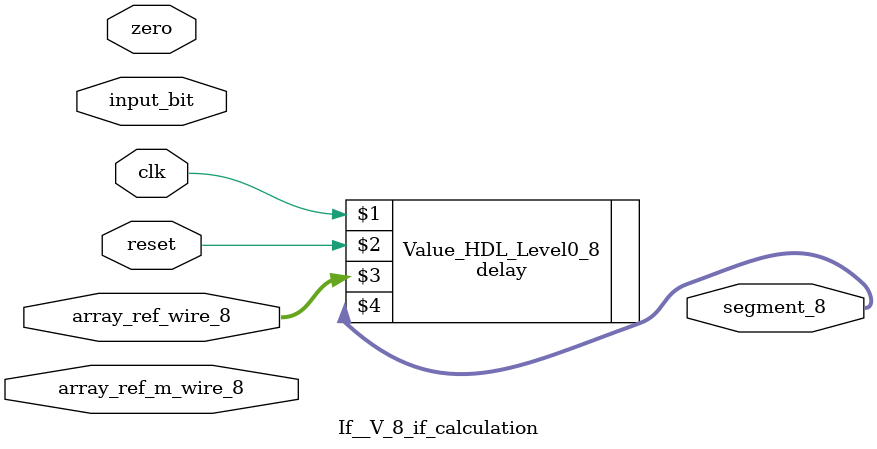
<source format=v>
module If__V_8_if_calculation(input [31:0]input_bit, input [31:0]zero, input [31:0]array_ref_wire_8, input [31:0]array_ref_m_wire_8, output [31:0]segment_8, input clk, input reset);



	//Proceed with segment_8 = delay(array_ref_wire_8) 
	wire [31:0]segment_8;
	delay Value_HDL_Level0_8 ( clk, reset, array_ref_wire_8, segment_8);




endmodule

</source>
